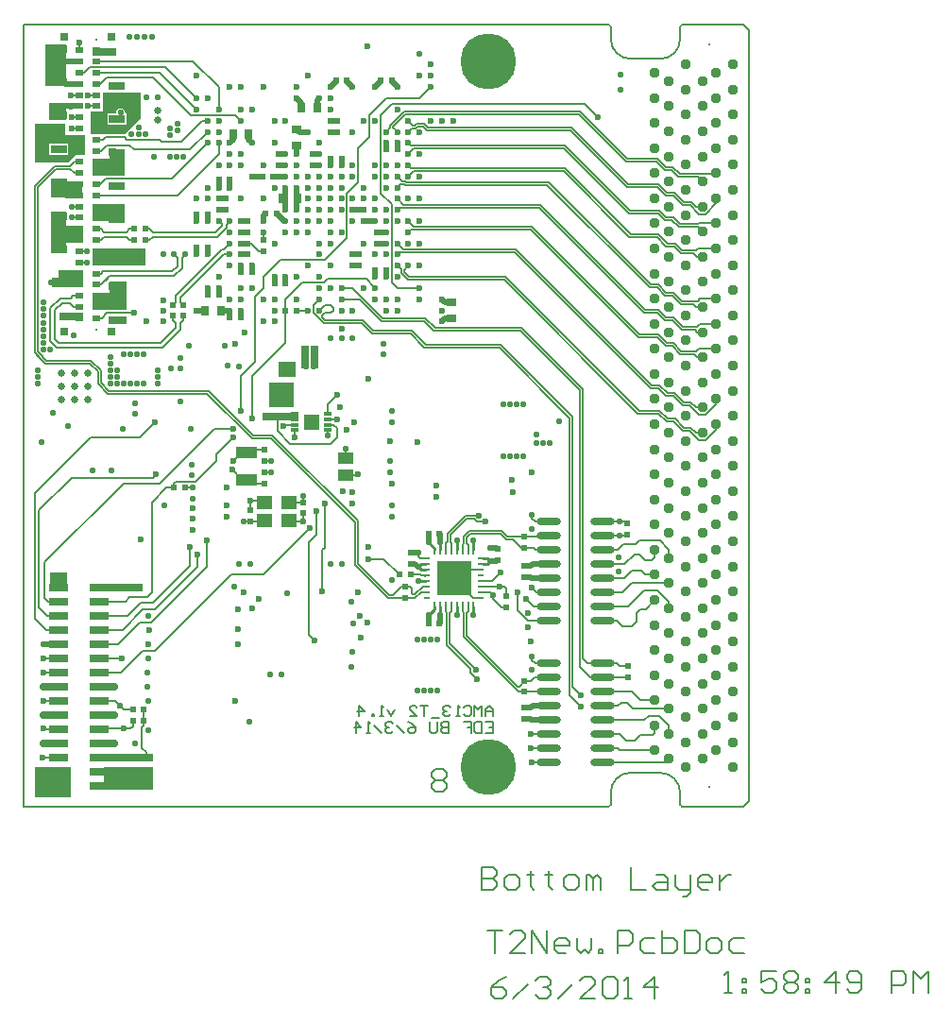
<source format=gbl>
%FSLAX44Y44*%
%MOMM*%
G71*
G01*
G75*
G04 Layer_Physical_Order=8*
G04 Layer_Color=16711680*
%ADD10O,2.2000X0.6000*%
%ADD11R,0.6000X0.6000*%
%ADD12R,0.6000X0.5000*%
%ADD13R,2.7940X0.7366*%
%ADD14R,0.6000X1.2000*%
%ADD15R,1.6500X0.3000*%
%ADD16R,2.6000X1.1000*%
%ADD17R,1.0000X1.5000*%
%ADD18R,0.6000X0.6000*%
%ADD19R,0.5000X0.6000*%
%ADD20R,0.8000X0.9000*%
%ADD21R,1.0000X1.6000*%
%ADD22R,0.7000X0.3000*%
%ADD23R,1.2000X0.6000*%
%ADD24R,0.9000X0.7000*%
%ADD25R,0.7000X0.9000*%
%ADD26R,0.6500X0.9000*%
%ADD27R,1.1000X1.4000*%
%ADD28R,0.7000X0.6000*%
%ADD29R,1.4000X1.1000*%
%ADD30R,0.6000X0.7000*%
%ADD31O,0.8000X0.5000*%
%ADD32O,0.3500X0.9500*%
%ADD33O,0.9500X0.3500*%
%ADD34R,3.1500X3.1500*%
%ADD35C,0.2700*%
%ADD36O,0.2500X1.5500*%
%ADD37O,1.5500X0.2500*%
%ADD38C,0.5000*%
%ADD39C,0.1270*%
%ADD40C,0.5080*%
%ADD41C,0.6350*%
%ADD42C,0.2540*%
%ADD43C,0.1778*%
%ADD44C,0.2032*%
%ADD45C,0.3048*%
%ADD46C,0.1524*%
%ADD47R,0.9000X0.6000*%
%ADD48R,1.4000X3.3000*%
%ADD49R,1.1000X1.9000*%
%ADD50R,2.5400X0.6350*%
%ADD51R,0.6000X1.6250*%
%ADD52R,3.9250X2.0000*%
%ADD53R,4.0250X0.7250*%
%ADD54R,2.0000X1.5000*%
%ADD55R,1.3750X0.3000*%
%ADD56R,0.9000X0.6500*%
%ADD57R,0.8000X1.2500*%
%ADD58R,1.9000X4.3000*%
%ADD59R,2.1500X2.2250*%
%ADD60R,3.0000X5.8750*%
%ADD61R,2.6000X0.9000*%
%ADD62R,2.5750X2.2750*%
%ADD63R,5.8500X2.1250*%
%ADD64R,3.6000X1.8000*%
%ADD65R,1.4000X3.8000*%
%ADD66R,1.3000X3.3000*%
%ADD67R,2.6000X0.9000*%
%ADD68R,2.6000X0.9000*%
%ADD69R,2.6000X1.0000*%
%ADD70R,2.6000X1.0000*%
%ADD71R,3.8000X2.2000*%
%ADD72R,1.8000X1.6000*%
%ADD73C,0.6000*%
%ADD74C,0.1270*%
%ADD75C,0.2000*%
%ADD76C,0.9500*%
%ADD77C,5.0000*%
%ADD78C,0.6600*%
%ADD79C,0.5588*%
%ADD80C,1.0160*%
%ADD81C,1.3970*%
%ADD82R,1.6000X0.5000*%
%ADD83R,0.5000X1.6000*%
%ADD84R,13.4000X2.8000*%
%ADD85C,0.8080*%
%ADD86C,1.5240*%
%ADD87C,1.2700*%
%ADD88C,1.2080*%
%ADD89C,1.4080*%
%ADD90C,2.3080*%
G04:AMPARAMS|DCode=91|XSize=1.158mm|YSize=1.158mm|CornerRadius=0mm|HoleSize=0mm|Usage=FLASHONLY|Rotation=0.000|XOffset=0mm|YOffset=0mm|HoleType=Round|Shape=Relief|Width=0.254mm|Gap=0.127mm|Entries=4|*
%AMTHD91*
7,0,0,1.1580,0.9040,0.2540,45*
%
%ADD91THD91*%
%ADD92C,1.1580*%
G04:AMPARAMS|DCode=93|XSize=0.808mm|YSize=0.808mm|CornerRadius=0mm|HoleSize=0mm|Usage=FLASHONLY|Rotation=0.000|XOffset=0mm|YOffset=0mm|HoleType=Round|Shape=Relief|Width=0.254mm|Gap=0.127mm|Entries=4|*
%AMTHD93*
7,0,0,0.8080,0.5540,0.2540,45*
%
%ADD93THD93*%
%ADD94C,3.0080*%
%ADD95C,0.8128*%
%ADD96R,1.6000X0.5000*%
%ADD97R,2.2000X2.8000*%
%ADD98R,11.2000X2.8000*%
%ADD99C,0.8380*%
%ADD100R,6.5000X2.8000*%
%ADD101R,6.8000X2.8000*%
%ADD102R,2.3000X2.7000*%
%ADD103R,11.0000X2.8000*%
%ADD104R,0.2500X0.6000*%
%ADD105R,0.6000X0.2500*%
%ADD106R,3.1000X3.1000*%
%ADD107R,1.6764X0.7366*%
%ADD108R,0.7000X0.5000*%
%ADD109R,0.6500X0.8000*%
%ADD110R,1.4000X1.2000*%
%ADD111R,1.9000X1.1000*%
%ADD112R,0.9000X0.8000*%
%ADD113R,0.7500X0.3000*%
%ADD114R,1.3600X1.4600*%
%ADD115C,0.7112*%
%ADD116R,1.6000X1.4000*%
%ADD117R,3.4290X0.6350*%
%ADD118R,0.8000X0.8000*%
%ADD119R,4.8500X1.5000*%
%ADD120R,1.6000X1.5000*%
%ADD121R,2.1750X1.5000*%
%ADD122R,1.6000X0.8000*%
%ADD123R,1.5750X1.5000*%
%ADD124R,1.3500X3.8000*%
%ADD125R,0.9000X0.9500*%
%ADD126R,0.6750X2.1250*%
%ADD127R,0.7500X2.1250*%
%ADD128R,1.5500X1.3750*%
%ADD129R,3.3000X0.8000*%
%ADD130R,2.2000X2.3000*%
%ADD131R,4.4000X0.7000*%
%ADD132R,4.4000X2.0000*%
%ADD133R,3.3250X2.7500*%
%ADD134R,2.1500X0.8000*%
%ADD135R,1.8500X3.8250*%
%ADD136R,1.5750X0.5250*%
%ADD137R,1.7000X0.5000*%
%ADD138R,1.4750X0.8000*%
%ADD139R,1.4500X0.8000*%
%ADD140R,1.6000X1.5250*%
%ADD141R,1.4500X0.8000*%
%ADD142R,1.6250X1.5000*%
%ADD143R,1.3500X1.8000*%
%ADD144R,1.5250X1.5000*%
%ADD145R,1.4500X1.8000*%
%ADD146R,1.5500X1.5000*%
%ADD147R,1.6500X0.8000*%
%ADD148R,1.6500X2.5000*%
%ADD149R,1.3970X2.4130*%
%ADD150R,1.3970X0.6350*%
G36*
X237500Y802500D02*
X255000D01*
Y784000D01*
X246500D01*
X240000Y777500D01*
X210000D01*
Y812500D01*
X237500D01*
Y802500D01*
D02*
G37*
G36*
X305000Y822000D02*
Y817000D01*
X291000Y803000D01*
X260000D01*
Y823000D01*
X271000D01*
Y840000D01*
X305000D01*
Y822000D01*
D02*
G37*
%LPC*%
G36*
X287000Y826144D02*
X285414Y825828D01*
X284070Y824930D01*
X283172Y823586D01*
X282856Y822000D01*
X282754Y821875D01*
X276500D01*
X276247Y821770D01*
X275235D01*
Y820765D01*
X275125Y820500D01*
Y812500D01*
X275235Y812235D01*
Y811230D01*
X276247D01*
X276500Y811125D01*
X291000D01*
X291972Y811528D01*
X292375Y812500D01*
Y820500D01*
X291972Y821472D01*
X291110Y821829D01*
X291144Y822000D01*
X290828Y823586D01*
X289930Y824930D01*
X288586Y825828D01*
X287000Y826144D01*
D02*
G37*
G36*
X238500Y794875D02*
X224000D01*
X223028Y794472D01*
X222625Y793500D01*
Y785500D01*
X223028Y784528D01*
X224000Y784125D01*
X238500D01*
X238753Y784230D01*
X239770D01*
Y785247D01*
X239875Y785500D01*
Y793500D01*
X239770Y793753D01*
Y794770D01*
X238753D01*
X238500Y794875D01*
D02*
G37*
%LPD*%
D10*
X719000Y455450D02*
D03*
Y442750D02*
D03*
Y430050D02*
D03*
Y417350D02*
D03*
Y404650D02*
D03*
Y391950D02*
D03*
Y379250D02*
D03*
Y366550D02*
D03*
X671000Y455450D02*
D03*
Y442750D02*
D03*
Y430050D02*
D03*
Y417350D02*
D03*
Y404650D02*
D03*
Y391950D02*
D03*
Y379250D02*
D03*
Y366550D02*
D03*
X719000Y328450D02*
D03*
Y315750D02*
D03*
Y303050D02*
D03*
Y290350D02*
D03*
Y277650D02*
D03*
Y264950D02*
D03*
Y252250D02*
D03*
Y239550D02*
D03*
X671000Y328450D02*
D03*
Y315750D02*
D03*
Y303050D02*
D03*
Y290350D02*
D03*
Y277650D02*
D03*
Y264950D02*
D03*
Y252250D02*
D03*
Y239550D02*
D03*
D11*
X633000Y389000D02*
D03*
Y379000D02*
D03*
X542000Y397000D02*
D03*
Y387000D02*
D03*
X415000Y698000D02*
D03*
Y708000D02*
D03*
X741000Y454000D02*
D03*
Y444000D02*
D03*
X649000Y303000D02*
D03*
Y313000D02*
D03*
Y442000D02*
D03*
Y432000D02*
D03*
X742000Y316000D02*
D03*
Y326000D02*
D03*
D12*
X475000Y781000D02*
D03*
X485000D02*
D03*
X452000Y611000D02*
D03*
X462000D02*
D03*
X452000Y602000D02*
D03*
X462000D02*
D03*
X309000Y708000D02*
D03*
X299000D02*
D03*
X309000Y718000D02*
D03*
X299000D02*
D03*
X385000Y762000D02*
D03*
X375000D02*
D03*
X365000Y731000D02*
D03*
X355000D02*
D03*
X355000Y701000D02*
D03*
X365000D02*
D03*
X405000Y679000D02*
D03*
X395000D02*
D03*
X365000Y659000D02*
D03*
X375000D02*
D03*
X525000Y789000D02*
D03*
X535000D02*
D03*
X435000Y669000D02*
D03*
X425000D02*
D03*
X385000Y639000D02*
D03*
X395000D02*
D03*
X515000Y681000D02*
D03*
X525000D02*
D03*
X414000Y765000D02*
D03*
X424000D02*
D03*
X573000Y445000D02*
D03*
X563000D02*
D03*
X573000Y364000D02*
D03*
X563000D02*
D03*
X427000Y732000D02*
D03*
X417000D02*
D03*
X480000Y851000D02*
D03*
X490000D02*
D03*
X520000D02*
D03*
X530000D02*
D03*
D18*
X445000Y645000D02*
D03*
X435000D02*
D03*
X308000Y287000D02*
D03*
X298000D02*
D03*
X308000Y277000D02*
D03*
X298000D02*
D03*
X345000Y486000D02*
D03*
X335000D02*
D03*
X537000Y408000D02*
D03*
X547000D02*
D03*
D19*
X432000Y561000D02*
D03*
Y551000D02*
D03*
X423000Y561000D02*
D03*
Y551000D02*
D03*
X416000Y500000D02*
D03*
Y490000D02*
D03*
X416000Y510000D02*
D03*
Y520000D02*
D03*
X431000Y578000D02*
D03*
Y588000D02*
D03*
X440000Y578000D02*
D03*
Y588000D02*
D03*
X451000Y473000D02*
D03*
Y463000D02*
D03*
X403000Y456000D02*
D03*
Y466000D02*
D03*
X334000Y650000D02*
D03*
Y640000D02*
D03*
X343000Y650000D02*
D03*
Y640000D02*
D03*
X649000Y279000D02*
D03*
Y289000D02*
D03*
Y406000D02*
D03*
Y416000D02*
D03*
X381000Y735000D02*
D03*
Y745000D02*
D03*
X401000Y705000D02*
D03*
Y695000D02*
D03*
X401000Y715000D02*
D03*
Y725000D02*
D03*
X429000Y785000D02*
D03*
Y775000D02*
D03*
X501000Y695000D02*
D03*
Y685000D02*
D03*
X459000Y785000D02*
D03*
Y775000D02*
D03*
X517000Y715000D02*
D03*
Y705000D02*
D03*
X505000Y725000D02*
D03*
Y735000D02*
D03*
X481000Y815000D02*
D03*
Y805000D02*
D03*
X547000Y418000D02*
D03*
Y428000D02*
D03*
X625000Y421000D02*
D03*
Y431000D02*
D03*
D20*
X432000Y745000D02*
D03*
X446000D02*
D03*
X402000Y803000D02*
D03*
X388000D02*
D03*
X463000Y827000D02*
D03*
X449000D02*
D03*
X377000Y645000D02*
D03*
X363000D02*
D03*
D29*
X489000Y512500D02*
D03*
Y497500D02*
D03*
D39*
X550908Y390500D02*
X557908Y397500D01*
X548000Y391500D02*
Y395500D01*
X546500Y397000D02*
X548000Y395500D01*
Y391500D02*
X549000Y390500D01*
X550908D01*
X557908Y397500D02*
X560750D01*
X551000Y387000D02*
X556500Y392500D01*
X542000Y387000D02*
X551000D01*
X538960Y397000D02*
X542000D01*
X531500Y389540D02*
X538960Y397000D01*
X527960Y389540D02*
X531500D01*
X499500Y418000D02*
X527960Y389540D01*
X526908Y387000D02*
X542000D01*
X496960Y416948D02*
X526908Y387000D01*
X542000Y397000D02*
X546500D01*
X556500Y392500D02*
X560750D01*
X633000Y389000D02*
Y395500D01*
X631000Y397500D02*
X633000Y395500D01*
X627000Y397500D02*
X631000D01*
X628500Y379000D02*
X633000D01*
X621000Y386500D02*
X628500Y379000D01*
X621000Y386500D02*
Y389500D01*
X500000Y790000D02*
X509999Y799999D01*
X500000Y760000D02*
Y790000D01*
X509999Y799999D02*
Y819999D01*
X525000Y835000D01*
X315000Y392000D02*
Y473000D01*
X328000Y486000D01*
X311000Y388000D02*
X315000Y392000D01*
X295000Y388000D02*
X311000D01*
X291100Y384100D02*
X295000Y388000D01*
X268095Y384100D02*
X291100D01*
X268095Y371400D02*
X293400D01*
X349000Y416000D02*
Y433000D01*
X316000Y383000D02*
X349000Y416000D01*
X305000Y383000D02*
X316000D01*
X293400Y371400D02*
X305000Y383000D01*
X364000Y415000D02*
Y439000D01*
X314000Y365000D02*
X364000Y415000D01*
X304000Y365000D02*
X314000D01*
X356000Y415000D02*
Y426000D01*
X317999Y376999D02*
X356000Y415000D01*
X306999Y376999D02*
X317999D01*
X288700Y358700D02*
X306999Y376999D01*
X473000Y561000D02*
X481000Y569000D01*
X473000Y552500D02*
Y561000D01*
X289755Y489755D02*
X321755D01*
X371000Y539000D01*
X219000Y419000D02*
X289755Y489755D01*
X219000Y387000D02*
Y419000D01*
Y387000D02*
X221900Y384100D01*
X231265D01*
X243000Y495000D02*
X316000D01*
X214000Y379000D02*
X221600Y371400D01*
X316000Y495000D02*
X319000Y498000D01*
X214000Y466000D02*
X243000Y495000D01*
X214000Y379000D02*
Y466000D01*
X210000Y481000D02*
X260000Y531000D01*
X210000Y369000D02*
X220300Y358700D01*
X210000Y369000D02*
Y481000D01*
X304000Y531000D02*
X317999Y544999D01*
X260000Y531000D02*
X304000D01*
X285000Y346000D02*
X304000Y365000D01*
X268095Y346000D02*
X285000D01*
X268095Y320600D02*
X287600D01*
X242000Y838000D02*
X250000D01*
X258000D02*
X265000D01*
X258000Y828000D02*
X265000D01*
Y868000D02*
X352000D01*
X375000Y845000D01*
Y825000D02*
Y845000D01*
X507000Y673000D02*
X515000Y665000D01*
X703000Y830000D02*
X715050Y817950D01*
X530000Y830000D02*
X703000D01*
X520000Y820000D02*
X530000Y830000D01*
X405000Y548000D02*
Y586000D01*
X395000Y555000D02*
Y586000D01*
X555000Y835000D02*
X565000Y845000D01*
X525000Y835000D02*
X555000D01*
X655050Y264950D02*
X671000D01*
X654750Y252250D02*
X671000D01*
X655450Y239550D02*
X671000D01*
X538480Y678652D02*
Y681520D01*
Y678652D02*
X544540Y672592D01*
X630646D01*
X750788Y552450D01*
X769112D01*
X776242Y545320D01*
X790666Y537464D02*
X797124D01*
X541020Y679704D02*
X545592Y675132D01*
X631698D01*
X751840Y554990D01*
X770164D01*
X777294Y547860D01*
X783862D02*
X791718Y540004D01*
X798176D01*
X535000Y685000D02*
X538480Y681520D01*
X541228Y681228D02*
X545000Y685000D01*
X541020Y681228D02*
X541228D01*
X541020Y679704D02*
Y681228D01*
X777294Y547860D02*
X783862D01*
X776242Y545320D02*
X782810D01*
X790666Y537464D01*
X535000Y695000D02*
X536976Y696976D01*
X640552D01*
X535000Y705000D02*
X540484Y699516D01*
X641604D01*
X763270Y577850D01*
X770128D01*
X640552Y696976D02*
X762218Y575310D01*
X769076D01*
X776188Y568198D02*
X782792D01*
X790920Y560070D02*
X797018D01*
X769076Y575310D02*
X776188Y568198D01*
X770128Y577850D02*
X777240Y570738D01*
X782792Y568198D02*
X790920Y560070D01*
X777240Y570738D02*
X783844D01*
X791972Y562610D01*
X798176Y540004D02*
X802681Y535500D01*
X808500D01*
X797124Y537464D02*
X805743Y528845D01*
X811547D01*
X821000Y538298D01*
Y543000D01*
X791972Y562610D02*
X798071D01*
X802681Y558000D01*
X808500D01*
X797018Y560070D02*
X805743Y551345D01*
X811695D01*
X821000Y560650D01*
Y565500D01*
X545000Y715000D02*
X547296Y717296D01*
X545000Y725000D02*
X550164Y719836D01*
X655574D01*
X752348Y623062D01*
X769112D01*
X776732Y615442D01*
X782574D01*
X789686Y608330D01*
X803148D01*
X654522Y717296D02*
X751296Y620522D01*
X768060D01*
X775680Y612902D01*
X781522D01*
X788634Y605790D01*
X800862D01*
X547296Y717296D02*
X654522D01*
X800862Y605790D02*
X803652Y603000D01*
X808500D01*
X803148Y608330D02*
X805318Y610500D01*
X821000D01*
X535000Y735000D02*
X537108Y737108D01*
X535000Y745000D02*
X540352Y739648D01*
X663194D01*
X757174Y645668D01*
X768858D01*
X776224Y638302D01*
X782828D01*
X791210Y629920D01*
X803402D01*
X662142Y737108D02*
X756122Y643128D01*
X767806D01*
X775172Y635762D01*
X781776D01*
X790158Y627380D01*
X801878D01*
X537108Y737108D02*
X662142D01*
X801878Y627380D02*
X803758Y625500D01*
X808500D01*
X803402Y629920D02*
X806482Y633000D01*
X821000D01*
X535000Y755000D02*
X537682Y757682D01*
X541789D01*
X535000Y764972D02*
Y765000D01*
Y764972D02*
X539750Y760222D01*
X761456Y665480D02*
X768060D01*
X775172Y658368D01*
X781776D01*
X789396Y650748D01*
X800354D01*
X769112Y668020D02*
X776224Y660908D01*
X782828D01*
X790448Y653288D01*
X804376D01*
X541789Y757682D02*
X541916Y757555D01*
X669381D01*
X761456Y665480D01*
X542968Y760095D02*
X670433D01*
X762508Y668020D01*
X539750Y760222D02*
X542841D01*
X542968Y760095D01*
X762508Y668020D02*
X769112D01*
X800354Y650748D02*
X803102Y648000D01*
X808500D01*
X804376Y653288D02*
X806588Y655500D01*
X821000D01*
X545000Y775000D02*
X547555Y772445D01*
X685261D01*
X545000Y765000D02*
X549884Y769884D01*
X552948D01*
X685261Y772445D02*
X744220Y713486D01*
X768858D01*
X777240Y705104D01*
X784098D01*
X684209Y769905D02*
X743168Y710946D01*
X767806D01*
X776188Y702564D01*
X783046D01*
X789396Y696214D02*
X800354D01*
X552968Y769905D02*
X684209D01*
X552948Y769884D02*
X552968Y769905D01*
X783046Y702564D02*
X789396Y696214D01*
X784098Y705104D02*
X790448Y698754D01*
X800354Y696214D02*
X803568Y693000D01*
X808500D01*
X790448Y698754D02*
X803148D01*
X804894Y700500D01*
X821000D01*
X545000Y795000D02*
X547520Y792480D01*
X685582D01*
X545000Y785000D02*
X549940Y789940D01*
X685582Y792480D02*
X743512Y734550D01*
X770146D02*
X776224Y728472D01*
X782320D01*
X788670Y722122D01*
X804418D01*
X684530Y789940D02*
X742460Y732010D01*
X775172Y725932D02*
X781268D01*
X787618Y719582D01*
X804418D01*
X549940Y789940D02*
X684530D01*
X743512Y734550D02*
X770146D01*
X742460Y732010D02*
X769094D01*
X775172Y725932D01*
X804418Y722122D02*
X805296Y723000D01*
X821000D01*
X804418Y719582D02*
X808500Y715500D01*
X545000Y815000D02*
X549232Y810768D01*
X550239D01*
X545000Y805000D02*
X548228Y808228D01*
X551291D01*
X553051Y809988D01*
X561812Y806450D02*
X690082D01*
X741136Y755396D01*
X768060D01*
X775680Y747776D01*
X782284D01*
X790666Y739394D01*
X797694D01*
X550239Y810768D02*
X551999Y812528D01*
X559326D02*
X562864Y808990D01*
X691134D01*
X742188Y757936D01*
X769112D01*
X776732Y750316D01*
X783336D01*
X791718Y741934D01*
X798746D01*
X551999Y812528D02*
X559326D01*
X553051Y809988D02*
X558274D01*
X561812Y806450D01*
X798746Y741934D02*
X802681Y738000D01*
X808500D01*
X797694Y739394D02*
X805743Y731345D01*
X811609D01*
X821000Y740736D01*
Y745500D01*
X535000Y805000D02*
Y805104D01*
X531368Y808736D02*
X535000Y805104D01*
X525000Y805000D02*
X525092D01*
X528828Y808736D01*
X531368Y809752D02*
X542544Y820928D01*
X697702D01*
X740120Y778510D01*
X767298D01*
X774664Y771144D01*
X780796D01*
X787146Y764794D01*
X528828Y810804D02*
X541492Y823468D01*
X698754D01*
X741172Y781050D01*
X768350D01*
X775716Y773684D01*
X781848D01*
X788198Y767334D01*
X528828Y808736D02*
Y810804D01*
X531368Y808736D02*
Y809752D01*
X788198Y767334D02*
X820334D01*
X821000Y768000D01*
X787146Y764794D02*
X804206D01*
X808500Y760500D01*
X433250Y541000D02*
X434750Y542500D01*
X443000D01*
Y531500D02*
Y537500D01*
X473000Y547500D02*
X481000D01*
X473000Y542500D02*
X478000D01*
X481250Y539250D01*
Y531000D02*
Y539250D01*
X475500Y525250D02*
X481250Y531000D01*
X439000Y525250D02*
X475500D01*
X427500Y536750D02*
X439000Y525250D01*
X427500Y536750D02*
Y550250D01*
X402000Y520000D02*
X416000D01*
X400000Y518000D02*
X402000Y520000D01*
X403000Y490000D02*
X416000D01*
X400000Y493000D02*
X403000Y490000D01*
X387000Y502000D02*
X396000Y493000D01*
X400000D01*
X388000Y510000D02*
X396000Y518000D01*
X400000D01*
X403000Y474000D02*
X403000Y474000D01*
Y466000D02*
Y474000D01*
X403000Y474000D02*
X415000D01*
X416000Y473000D01*
X451000Y456000D02*
Y463000D01*
X439000Y456000D02*
X451000D01*
X438000Y457000D02*
X439000Y456000D01*
X250000Y878000D02*
Y885000D01*
X327000Y863000D02*
X355000Y835000D01*
X259000Y863000D02*
X327000D01*
X254000Y858000D02*
X259000Y863000D01*
X250000Y858000D02*
X254000D01*
X269000Y848000D02*
X275000Y854000D01*
X265000Y848000D02*
X269000D01*
X390000Y820000D02*
X395000Y815000D01*
X245618Y768000D02*
X250000D01*
X241888Y771730D02*
X245618Y768000D01*
Y778000D02*
X250000D01*
X241888Y774270D02*
X245618Y778000D01*
X243500Y738000D02*
X250000D01*
X243500Y728000D02*
X250000D01*
X265000Y638000D02*
X270000D01*
X274750Y642750D01*
X401000Y705000D02*
X401000Y705000D01*
X274750Y642750D02*
X299000D01*
X265000Y858000D02*
X322000D01*
X355000Y825000D01*
X350000Y820000D02*
X390000D01*
X275000Y854000D02*
X316000D01*
X350000Y820000D01*
X298000Y272000D02*
Y277000D01*
X296000Y270000D02*
X298000Y272000D01*
X290000Y270000D02*
X296000D01*
X306000Y271000D02*
X308000Y273000D01*
X306000Y253000D02*
Y271000D01*
Y253000D02*
X310000Y249000D01*
Y244500D02*
Y249000D01*
X308000Y273000D02*
Y277000D01*
Y287000D01*
X415000Y708000D02*
Y715000D01*
X401000Y705000D02*
X404000D01*
X411000Y698000D01*
X415000D01*
X535000Y665000D02*
X555000D01*
X530000Y670000D02*
X535000Y665000D01*
X489999Y709999D02*
Y749999D01*
X500000Y760000D01*
X259334Y597408D02*
X266700Y590042D01*
X219710Y597408D02*
X259334D01*
X212344Y604774D02*
X219710Y597408D01*
X220762Y599948D02*
X260386D01*
X214140Y606570D02*
X220762Y599948D01*
X228134Y774270D02*
X241888D01*
X229186Y771730D02*
X241888D01*
X210058Y756194D02*
X228134Y774270D01*
X212598Y755142D02*
X229186Y771730D01*
X269240Y580172D02*
Y591094D01*
X260386Y599948D02*
X269240Y591094D01*
X212598Y608112D02*
Y755142D01*
Y608112D02*
X220762Y599948D01*
X210058Y607060D02*
Y756194D01*
Y607060D02*
X219710Y597408D01*
X266700Y579120D02*
Y590042D01*
Y579120D02*
X275590Y570230D01*
X269240Y580172D02*
X276642Y572770D01*
X275590Y570230D02*
X364744D01*
X404622Y530352D01*
X421858D01*
X365796Y572770D02*
X405674Y532892D01*
X422910D01*
X276642Y572770D02*
X365796D01*
X373000Y516000D02*
X388000Y531000D01*
X393000Y418000D02*
X393000Y418000D01*
X371000Y539000D02*
X388000D01*
X345000Y486000D02*
X352000D01*
X345000Y486000D02*
X345000Y486000D01*
X328000Y486000D02*
X335000D01*
Y490000D01*
X336000Y491000D01*
X354000D01*
X373000Y510000D01*
Y516000D01*
X268095Y358700D02*
X288700D01*
X268095Y333300D02*
X268395Y333000D01*
X288000D01*
X268095Y295200D02*
X268295Y295000D01*
Y270000D02*
X290000D01*
X268095D02*
X268295D01*
X268095Y269800D02*
X268295Y270000D01*
X231065D02*
X231265Y269800D01*
X218000Y333300D02*
X231265D01*
X218000Y320600D02*
X231265D01*
X218200Y269800D02*
X231265D01*
X218000Y270000D02*
X218200Y269800D01*
X218000Y295200D02*
X231265D01*
X217400Y244400D02*
X231265D01*
X221600Y371400D02*
X231265D01*
X220300Y358700D02*
X231265D01*
X290000Y287000D02*
X298000D01*
X268095Y295200D02*
X281800D01*
X286447Y290553D02*
X290000Y287000D01*
X281800Y295200D02*
X286447Y290553D01*
X307000Y340000D02*
X318000D01*
X386000Y408000D01*
X415000D01*
X287600Y320600D02*
X307000Y340000D01*
X415000Y408000D02*
X457000Y450000D01*
X470000Y432000D02*
Y472000D01*
X456000Y354000D02*
Y437500D01*
X462500Y444000D01*
Y465250D01*
X468000Y430000D02*
X470000Y432000D01*
X468000Y393000D02*
Y430000D01*
X458296Y351704D02*
X461000Y349000D01*
X456000Y354000D02*
X458296Y351704D01*
X719000Y328450D02*
X732050D01*
X734500Y326000D01*
X742000D01*
X719000Y315750D02*
X741750D01*
X742000Y316000D01*
X739550Y455450D02*
X741000Y454000D01*
X719000Y442750D02*
X739750D01*
X741000Y444000D01*
X469999Y689999D02*
X489999Y709999D01*
X429999Y689999D02*
X469999D01*
X415000Y675000D02*
X429999Y689999D01*
X415000Y665000D02*
Y675000D01*
X407500Y657500D02*
X415000Y665000D01*
X395000Y586000D02*
X407500Y598500D01*
Y657500D01*
X472500Y673000D02*
X507000D01*
X469500Y670000D02*
X472500Y673000D01*
X450000Y670000D02*
X469500D01*
X435000Y655000D02*
X450000Y670000D01*
X435000Y645000D02*
Y655000D01*
Y616000D02*
Y645000D01*
X405000Y586000D02*
X435000Y616000D01*
X445000Y645000D02*
X455000D01*
X485000Y665000D02*
X495000D01*
X522000Y638000D01*
X560000D01*
X569000Y629000D01*
X485000Y655000D02*
X501408D01*
X520948Y635460D01*
X558948D01*
X567948Y626460D01*
X530000Y670000D02*
Y740000D01*
X520000Y750000D02*
Y820000D01*
Y750000D02*
X530000Y740000D01*
X560250Y407000D02*
X560750Y407500D01*
X509000Y422000D02*
X522000D01*
X556000Y422500D02*
X560750D01*
X554000Y424500D02*
X556000Y422500D01*
X554000Y424500D02*
Y428000D01*
X556500Y407500D02*
X560750D01*
X556000Y408000D02*
X556500Y407500D01*
X547000Y408000D02*
X556000D01*
X523000Y422000D02*
X537000Y408000D01*
X509000Y422000D02*
X523000D01*
X499500Y418000D02*
Y456302D01*
X422910Y532892D02*
X499500Y456302D01*
X421858Y530352D02*
X496960Y455250D01*
Y416948D02*
Y455250D01*
X598500Y430250D02*
Y435000D01*
X597500Y436000D02*
X598500Y435000D01*
X597500Y436000D02*
Y441500D01*
X600500Y444500D01*
X627500D01*
X599448Y447040D02*
X628552D01*
X594960Y442552D02*
X599448Y447040D01*
X594960Y435960D02*
Y442552D01*
X593500Y434500D02*
X594960Y435960D01*
X593500Y430250D02*
Y434500D01*
X593500Y430250D02*
X593500Y430250D01*
X670250Y442000D02*
X671000Y442750D01*
X649000Y442000D02*
X670250D01*
X649000Y432000D02*
X657000D01*
X658950Y430050D01*
X671000D01*
X596000Y461000D02*
X608500D01*
X580000Y445000D02*
X596000Y461000D01*
X580000Y438000D02*
Y445000D01*
X578500Y436500D02*
X580000Y438000D01*
X578500Y430250D02*
Y436500D01*
X578500Y430250D02*
X578500Y430250D01*
X583500Y430250D02*
Y436040D01*
X582540Y437000D02*
X583500Y436040D01*
X582540Y437000D02*
Y443948D01*
X597052Y458460D01*
X603540D01*
X606500Y455500D01*
X614000D01*
X593500Y412500D02*
X611250D01*
X586000Y405000D02*
X593500Y412500D01*
X603500Y387500D02*
X611250D01*
X586000Y405000D02*
X603500Y387500D01*
X598500Y375000D02*
Y379750D01*
X597000Y373500D02*
X598500Y375000D01*
X597000Y353500D02*
Y373500D01*
X593500Y374960D02*
Y379750D01*
Y374960D02*
X594460Y374000D01*
Y352448D02*
Y374000D01*
X649000Y303000D02*
X670950D01*
X671000Y303050D01*
X649000Y313000D02*
X655000D01*
X657750Y315750D01*
X671000D01*
X659050Y328450D02*
X671000D01*
X656000Y331500D02*
X659050Y328450D01*
X656000Y331500D02*
Y335000D01*
X659050Y455450D02*
X671000D01*
X656000Y458500D02*
X659050Y455450D01*
X656000Y458500D02*
Y461500D01*
X582000Y346500D02*
X606000Y322500D01*
X582000Y346500D02*
Y373500D01*
X583500Y375000D01*
Y379750D01*
X583500Y379750D02*
X583500Y379750D01*
X578500Y374960D02*
Y379750D01*
Y374960D02*
X579460Y374000D01*
Y345040D02*
Y374000D01*
Y345040D02*
X600500Y324000D01*
Y320500D02*
Y324000D01*
Y320500D02*
X606500Y314500D01*
X611250Y392500D02*
X618000D01*
X621000Y389500D01*
X611250Y397500D02*
X627000D01*
X569000Y629000D02*
X646500D01*
X701000Y574500D01*
Y333000D02*
Y574500D01*
Y333000D02*
X705550Y328450D01*
X719000D01*
X708250Y315750D02*
X719000D01*
X698460Y325540D02*
X708250Y315750D01*
X698460Y325540D02*
Y573448D01*
X645448Y626460D02*
X698460Y573448D01*
X567948Y626460D02*
X645448D01*
X692000Y308000D02*
X700000Y300000D01*
X692000Y308000D02*
Y549500D01*
X627500Y614000D02*
X692000Y549500D01*
X560500Y614000D02*
X627500D01*
X548000Y626500D02*
X560500Y614000D01*
X513500Y626500D02*
X548000D01*
X504000Y636000D02*
X513500Y626500D01*
X460000Y650000D02*
X465000Y655000D01*
X460000Y642500D02*
Y650000D01*
Y642500D02*
X469040Y633460D01*
X502948D01*
X512448Y623960D01*
X546948D01*
X559448Y611460D01*
X626448D01*
X689460Y548448D01*
Y300040D02*
Y548448D01*
Y300040D02*
X700000Y289500D01*
X620000Y402500D02*
X627500Y410000D01*
X611250Y402500D02*
X620000D01*
X651950Y366550D02*
X671000D01*
X642500Y376000D02*
X651950Y366550D01*
X642500Y376000D02*
Y392000D01*
X650500Y386000D02*
X657250Y379250D01*
X671000D01*
X660050Y391950D02*
X671000D01*
X655500Y396500D02*
X660050Y391950D01*
X628552Y447040D02*
X633592Y442000D01*
X649000D01*
X646000Y432000D02*
X649000D01*
X627500Y444500D02*
X632540Y439460D01*
X638540D01*
X646000Y432000D01*
X594460Y352448D02*
X643908Y303000D01*
X649000D01*
X642750Y307750D02*
X644250D01*
X649000Y312500D01*
Y313000D01*
X597000Y353500D02*
X642750Y307750D01*
X719000Y455450D02*
X734500D01*
X739550D01*
X465000Y645000D02*
X470000Y650000D01*
X475000D01*
X477500Y647500D01*
Y645000D02*
Y647500D01*
X475500Y643000D02*
X477500Y645000D01*
X470000Y643000D02*
X475500D01*
X467546Y638546D02*
Y640546D01*
Y638546D02*
X470092Y636000D01*
X467546Y640546D02*
X470000Y643000D01*
X470092Y636000D02*
X504000D01*
X200000Y200000D02*
X724500D01*
D40*
X445000Y735000D02*
Y755000D01*
X435000Y735000D02*
Y755000D01*
X485000Y775000D02*
Y781000D01*
X475000Y775000D02*
Y781000D01*
X655000Y416000D02*
X656000Y417000D01*
X649000Y416000D02*
X655000D01*
X649000Y406000D02*
X655000D01*
X656350Y404650D02*
X671000D01*
X656000Y417000D02*
X656350Y417350D01*
X671000D01*
X649000Y279000D02*
X655000D01*
Y289000D02*
X656000Y290000D01*
X649000Y289000D02*
X655000D01*
X656350Y277650D02*
X671000D01*
X656000Y290000D02*
X656350Y290350D01*
X671000D01*
X355000Y695000D02*
Y701000D01*
X355000Y701000D02*
X355000Y701000D01*
X365000Y695000D02*
Y701000D01*
X365000Y701000D02*
X365000Y701000D01*
X375000Y735000D02*
X381000D01*
X365000Y725000D02*
Y731000D01*
X355000Y725000D02*
Y731000D01*
X395000Y705000D02*
X401000D01*
X401000Y705000D01*
X395000Y695000D02*
X401000D01*
X401000Y695000D01*
X388000Y798000D02*
Y803000D01*
X385000Y795000D02*
X388000Y798000D01*
X402000Y798000D02*
Y803000D01*
Y798000D02*
X405000Y795000D01*
X405000Y679000D02*
Y685000D01*
X405000Y685000D01*
X395000Y679000D02*
Y685000D01*
X395000Y685000D01*
X375000Y659000D02*
Y665000D01*
X365000Y659000D02*
Y665000D01*
X449000Y827000D02*
Y831000D01*
X445000Y835000D02*
X449000Y831000D01*
X463000Y827000D02*
Y833000D01*
X465000Y835000D01*
X495000Y695000D02*
X501000D01*
X495000Y695000D02*
X495000Y695000D01*
Y685000D02*
X501000D01*
X495000Y685000D02*
X495000Y685000D01*
X429000Y775000D02*
X435000D01*
X429000Y775000D02*
X429000Y775000D01*
Y785000D02*
X435000D01*
X429000Y785000D02*
X429000Y785000D01*
X459000D02*
X465000D01*
X459000Y785000D02*
X459000Y785000D01*
Y775000D02*
X465000D01*
X459000Y775000D02*
X459000Y775000D01*
X475000Y815000D02*
X481000D01*
X475000Y805000D02*
X481000D01*
X475000Y805000D02*
X475000Y805000D01*
X385000Y639000D02*
Y645000D01*
Y639000D02*
X385000Y639000D01*
X395000Y639000D02*
Y645000D01*
Y639000D02*
X395000Y639000D01*
X425000Y669000D02*
Y675000D01*
X435000Y669000D02*
Y675000D01*
X525000Y789000D02*
Y795000D01*
X525000Y795000D02*
X525000Y795000D01*
X535000Y789000D02*
Y795000D01*
X535000Y795000D02*
X535000Y795000D01*
X519000Y705000D02*
X525000D01*
X519000Y715000D02*
X525000D01*
X385000Y645000D02*
X385000Y645000D01*
X578000Y652000D02*
X584000D01*
X575000Y655000D02*
X578000Y652000D01*
X578000Y638000D02*
X584000D01*
X575000Y635000D02*
X578000Y638000D01*
X445000Y785000D02*
Y793000D01*
X447000Y805000D02*
X455000D01*
X445000Y807000D02*
X447000Y805000D01*
X363000Y645000D02*
X363000Y645000D01*
X377000D02*
X385000D01*
X355000Y645000D02*
X363000D01*
X218000Y346000D02*
X231265D01*
X515000Y675000D02*
Y681000D01*
X525000Y675000D02*
Y681000D01*
X424000Y765000D02*
X435000D01*
X435000Y765000D01*
X405000Y765000D02*
X414000D01*
X405000Y765000D02*
X405000Y765000D01*
X505000Y725000D02*
X515000D01*
X495000Y735000D02*
X505000D01*
X490000Y850000D02*
Y851000D01*
Y850000D02*
X495000Y845000D01*
X480000Y850000D02*
Y851000D01*
X475000Y845000D02*
X480000Y850000D01*
X520000Y850000D02*
Y851000D01*
X515000Y845000D02*
X520000Y850000D01*
X530000D02*
Y851000D01*
Y850000D02*
X535000Y845000D01*
X547000Y428000D02*
X554000D01*
X547000Y428000D02*
X547000Y428000D01*
X547000Y418000D02*
X551000D01*
X554000Y415000D01*
X573500Y437500D02*
Y444500D01*
X573000Y445000D02*
X573500Y444500D01*
X563000Y437000D02*
Y445000D01*
X563000Y445000D01*
X618500Y432000D02*
X624000D01*
X625000Y431000D01*
X618500Y420000D02*
X624000D01*
X625000Y421000D01*
X573500Y364500D02*
Y372000D01*
X573000Y364000D02*
X573500Y364500D01*
X563500D02*
Y372000D01*
X563000Y364000D02*
X563500Y364500D01*
X401000Y725000D02*
X401000Y725000D01*
X395000Y725000D02*
X401000D01*
Y715000D02*
X401000Y715000D01*
X395000Y715000D02*
X401000D01*
X434000Y725000D02*
X435000D01*
X427000Y732000D02*
X434000Y725000D01*
X415000D02*
Y730000D01*
X417000Y732000D01*
X375000Y745000D02*
X381000D01*
X385000Y755000D02*
Y762000D01*
X375000Y755000D02*
Y762000D01*
D42*
X554000Y402500D02*
X560750D01*
X556500Y412500D02*
X560750D01*
X554000Y415000D02*
X556500Y412500D01*
Y417500D02*
X560750D01*
X554000Y415000D02*
X556500Y417500D01*
X573500Y430250D02*
Y437500D01*
X568500Y430250D02*
Y431500D01*
X563000Y437000D02*
X568500Y431500D01*
X588500Y430250D02*
Y438500D01*
X603500Y430250D02*
Y438500D01*
X603500Y438500D01*
X588500Y372000D02*
Y379750D01*
X603500Y372000D02*
Y379750D01*
Y372000D02*
X603500Y372000D01*
X611250Y417500D02*
X616000D01*
X618500Y420000D01*
X611250Y422500D02*
X616000D01*
X618500Y420000D01*
X568500Y377000D02*
Y379750D01*
X563500Y372000D02*
X568500Y377000D01*
X573500Y372000D02*
Y379750D01*
D43*
X265000Y668000D02*
X269474D01*
X265000Y678000D02*
X265074Y677926D01*
X265000Y678000D02*
X269494D01*
X271452Y679958D01*
X269494Y668000D02*
X277134Y675640D01*
X269474Y668000D02*
X269494D01*
X269474D02*
X275082Y673608D01*
X384690Y694690D02*
X385000Y695000D01*
X243000Y818000D02*
X250000D01*
X243000Y808000D02*
X250000D01*
Y688000D02*
X256500D01*
X250000Y698000D02*
X256750D01*
X244234Y658000D02*
X250000D01*
X242062Y655828D02*
X244234Y658000D01*
X245064Y648000D02*
X250000D01*
X241554Y651510D02*
X245064Y648000D01*
X228346Y645160D02*
X234696Y651510D01*
X228346Y619252D02*
Y645160D01*
Y619252D02*
X231648Y615950D01*
X224028Y617463D02*
Y646949D01*
X232907Y655828D02*
X242062D01*
X224028Y646949D02*
X232907Y655828D01*
X224028Y617463D02*
X229859Y611632D01*
X234696Y651510D02*
X241554D01*
X379532Y695000D02*
X385000D01*
X379318Y699318D02*
X385000Y705000D01*
X377743Y699318D02*
X379318D01*
X340614Y652386D02*
Y656082D01*
X336296Y652296D02*
Y657871D01*
X377743Y699318D01*
X340614Y656082D02*
X379532Y695000D01*
X334000Y650000D02*
X336296Y652296D01*
X340614Y652386D02*
X343000Y650000D01*
Y636116D02*
Y640000D01*
X340614Y633730D02*
X343000Y636116D01*
X334000Y636026D02*
Y640000D01*
Y636026D02*
X336296Y633730D01*
X323088Y615950D02*
X336296Y629158D01*
X324877Y611632D02*
X340614Y627369D01*
X336296Y629158D02*
Y633730D01*
X340614Y627369D02*
Y633730D01*
X231648Y615950D02*
X323088D01*
X229859Y611632D02*
X324877D01*
X332994Y679958D02*
X337820Y684784D01*
X271452Y679958D02*
X332994D01*
X277134Y675640D02*
X334783D01*
X342138Y682995D01*
Y692138D01*
X345000Y695000D01*
X337820Y684784D02*
Y692180D01*
X335000Y695000D02*
X337820Y692180D01*
X309000Y718000D02*
X312928D01*
X315769Y715159D01*
X371757D01*
X377698Y721100D01*
X309000Y708000D02*
X312928D01*
X315769Y710841D01*
X373545D01*
X382016Y719312D01*
Y722016D01*
X385000Y725000D01*
X377698Y721100D02*
Y722302D01*
X375000Y725000D02*
X377698Y722302D01*
X265000Y708000D02*
X269494D01*
X272335Y710841D01*
X265000Y718000D02*
X269494D01*
X272335Y715159D01*
X291995D01*
X294836Y718000D01*
X299000D01*
X272335Y710841D02*
X291951D01*
X294792Y708000D01*
X299000D01*
D44*
X473000Y532500D02*
Y537500D01*
X416000Y510000D02*
X422000D01*
X416000Y500000D02*
X422000D01*
X451000Y473000D02*
Y479000D01*
X397000Y456000D02*
X403000D01*
X415000D01*
X416000Y457000D01*
X438000Y473000D02*
X451000D01*
X489000Y497500D02*
X499500D01*
X499000Y497000D02*
X499500Y497500D01*
X500000Y498000D01*
X489000Y512500D02*
Y521000D01*
X265000Y758000D02*
X269050D01*
X274014Y762964D01*
X332964D01*
X365000Y795000D01*
X265000Y748000D02*
X338000D01*
X375000Y785000D01*
Y795000D01*
X719000Y239550D02*
X775050D01*
X778500Y243000D01*
X734500Y250500D02*
X766000D01*
X732500Y252500D02*
X734500Y250500D01*
X719250Y252500D02*
X732500D01*
X719000Y252250D02*
X719250Y252500D01*
X719000Y277650D02*
X756314D01*
X760164Y281500D01*
X770000D01*
X778500Y273000D01*
Y265500D02*
Y273000D01*
X719000Y264950D02*
X734550D01*
X753000Y264500D02*
X764000D01*
X766000Y266500D01*
Y273000D01*
X747500Y259000D02*
X753000Y264500D01*
X734550Y264950D02*
X740500Y259000D01*
X747500D01*
X719000Y303050D02*
X745450D01*
X753000Y295500D01*
X766000D01*
X746498Y288000D02*
X778500D01*
X719000Y290350D02*
X733000D01*
X735650Y293000D01*
X741498D01*
X746498Y288000D01*
X719000Y379250D02*
X741750D01*
X756500Y394000D01*
X768500D01*
X778500Y384000D01*
Y378000D02*
Y384000D01*
X719000Y366550D02*
X731450D01*
X745000Y361500D02*
X749500Y366000D01*
X731450Y366550D02*
X736500Y361500D01*
X745000D01*
X749500Y374000D02*
X752897Y377397D01*
X749500Y366000D02*
Y374000D01*
X757897Y377397D02*
X766000Y385500D01*
X752897Y377397D02*
X757897D01*
X745500Y400500D02*
X778500D01*
X736950Y391950D02*
X745500Y400500D01*
X719000Y391950D02*
X736950D01*
X719000Y404650D02*
X738650D01*
X745500Y411500D01*
X754000D01*
X757500Y408000D01*
X766000D01*
X752000Y438500D02*
X770500D01*
X778500Y430500D01*
Y423000D02*
Y430500D01*
X719000Y417350D02*
X738850D01*
X719000Y430050D02*
X733050D01*
X738121Y435121D01*
X748621D01*
X752000Y438500D01*
X766000Y424000D02*
Y430500D01*
X763000Y421000D02*
X766000Y424000D01*
X757500Y421000D02*
X763000D01*
X752000Y426500D02*
X757500Y421000D01*
X738850Y417350D02*
X748000Y426500D01*
X752000D01*
X349000Y789000D02*
X365000Y805000D01*
X299000Y789000D02*
X349000D01*
X295139Y792861D02*
X299000Y789000D01*
X274361Y792861D02*
X295139D01*
X269500Y788000D02*
X274361Y792861D01*
X265000Y788000D02*
X269500D01*
X265000Y798000D02*
X271500D01*
X273500Y800000D02*
X290663D01*
X271500Y798000D02*
X273500Y800000D01*
X290663D02*
X292743Y797920D01*
X321580D01*
X323500Y796000D01*
X341500D01*
X360500Y815000D02*
X365000D01*
X341500Y796000D02*
X360500Y815000D01*
D46*
X621000Y281000D02*
Y287665D01*
X617668Y290997D01*
X614336Y287665D01*
Y281000D01*
Y285998D01*
X621000D01*
X611003Y281000D02*
Y290997D01*
X607671Y287665D01*
X604339Y290997D01*
Y281000D01*
X594342Y289331D02*
X596008Y290997D01*
X599340D01*
X601006Y289331D01*
Y282666D01*
X599340Y281000D01*
X596008D01*
X594342Y282666D01*
X591010Y281000D02*
X587677D01*
X589343D01*
Y290997D01*
X591010Y289331D01*
X582679D02*
X581013Y290997D01*
X577681D01*
X576015Y289331D01*
Y287665D01*
X577681Y285998D01*
X579347D01*
X577681D01*
X576015Y284332D01*
Y282666D01*
X577681Y281000D01*
X581013D01*
X582679Y282666D01*
X572682Y279334D02*
X566018D01*
X562686Y290997D02*
X556021D01*
X559353D01*
Y281000D01*
X546024D02*
X552689D01*
X546024Y287665D01*
Y289331D01*
X547690Y290997D01*
X551022D01*
X552689Y289331D01*
X532695Y287665D02*
X529363Y281000D01*
X526031Y287665D01*
X522698Y281000D02*
X519366D01*
X521032D01*
Y290997D01*
X522698Y289331D01*
X514368Y281000D02*
Y282666D01*
X512702D01*
Y281000D01*
X514368D01*
X501039D02*
Y290997D01*
X506037Y285998D01*
X499373D01*
X614336Y275997D02*
X621000D01*
Y266000D01*
X614336D01*
X621000Y270998D02*
X617668D01*
X611003Y275997D02*
Y266000D01*
X606005D01*
X604339Y267666D01*
Y274331D01*
X606005Y275997D01*
X611003D01*
X594342D02*
X601006D01*
Y270998D01*
X597674D01*
X601006D01*
Y266000D01*
X581013Y275997D02*
Y266000D01*
X576015D01*
X574348Y267666D01*
Y269332D01*
X576015Y270998D01*
X581013D01*
X576015D01*
X574348Y272665D01*
Y274331D01*
X576015Y275997D01*
X581013D01*
X571016D02*
Y267666D01*
X569350Y266000D01*
X566018D01*
X564352Y267666D01*
Y275997D01*
X544358D02*
X547690Y274331D01*
X551022Y270998D01*
Y267666D01*
X549356Y266000D01*
X546024D01*
X544358Y267666D01*
Y269332D01*
X546024Y270998D01*
X551022D01*
X541026Y266000D02*
X534361Y272665D01*
X531029Y274331D02*
X529363Y275997D01*
X526031D01*
X524365Y274331D01*
Y272665D01*
X526031Y270998D01*
X527697D01*
X526031D01*
X524365Y269332D01*
Y267666D01*
X526031Y266000D01*
X529363D01*
X531029Y267666D01*
X521032Y266000D02*
X514368Y272665D01*
X511035Y266000D02*
X507703D01*
X509369D01*
Y275997D01*
X511035Y274331D01*
X497706Y266000D02*
Y275997D01*
X502705Y270998D01*
X496040D01*
X611000Y145994D02*
Y126000D01*
X620997D01*
X624329Y129332D01*
Y132664D01*
X620997Y135997D01*
X611000D01*
X620997D01*
X624329Y139329D01*
Y142661D01*
X620997Y145994D01*
X611000D01*
X634326Y126000D02*
X640990D01*
X644323Y129332D01*
Y135997D01*
X640990Y139329D01*
X634326D01*
X630994Y135997D01*
Y129332D01*
X634326Y126000D01*
X654319Y142661D02*
Y139329D01*
X650987D01*
X657652D01*
X654319D01*
Y129332D01*
X657652Y126000D01*
X670981Y142661D02*
Y139329D01*
X667648D01*
X674313D01*
X670981D01*
Y129332D01*
X674313Y126000D01*
X687642D02*
X694306D01*
X697639Y129332D01*
Y135997D01*
X694306Y139329D01*
X687642D01*
X684310Y135997D01*
Y129332D01*
X687642Y126000D01*
X704303D02*
Y139329D01*
X707635D01*
X710968Y135997D01*
Y126000D01*
Y135997D01*
X714300Y139329D01*
X717632Y135997D01*
Y126000D01*
X744290Y145994D02*
Y126000D01*
X757619D01*
X767616Y139329D02*
X774281D01*
X777613Y135997D01*
Y126000D01*
X767616D01*
X764284Y129332D01*
X767616Y132664D01*
X777613D01*
X784277Y139329D02*
Y129332D01*
X787610Y126000D01*
X797607D01*
Y122668D01*
X794274Y119335D01*
X790942D01*
X797607Y126000D02*
Y139329D01*
X814268Y126000D02*
X807603D01*
X804271Y129332D01*
Y135997D01*
X807603Y139329D01*
X814268D01*
X817600Y135997D01*
Y132664D01*
X804271D01*
X824265Y139329D02*
Y126000D01*
Y132664D01*
X827597Y135997D01*
X830929Y139329D01*
X834261D01*
X566000Y230661D02*
X569332Y233994D01*
X575997D01*
X579329Y230661D01*
Y227329D01*
X575997Y223997D01*
X579329Y220665D01*
Y217332D01*
X575997Y214000D01*
X569332D01*
X566000Y217332D01*
Y220665D01*
X569332Y223997D01*
X566000Y227329D01*
Y230661D01*
X569332Y223997D02*
X575997D01*
X790500Y901000D02*
G03*
X788500Y899000I0J-2000D01*
G01*
X726500D02*
G03*
X724500Y901000I-2000J0D01*
G01*
X726500Y888000D02*
G03*
X744000Y870500I17500J0D01*
G01*
X771000D02*
G03*
X788500Y888000I0J17500D01*
G01*
Y213000D02*
G03*
X771000Y230500I-17500J0D01*
G01*
X744000D02*
G03*
X726500Y213000I0J-17500D01*
G01*
X724500Y200000D02*
G03*
X726500Y202000I0J2000D01*
G01*
X788500D02*
G03*
X790500Y200000I2000J0D01*
G01*
X200000Y901000D02*
X724500D01*
X790500D02*
X845000D01*
X726500Y888000D02*
Y899000D01*
X788500Y888000D02*
Y899000D01*
X744000Y870500D02*
X771000D01*
X744000Y230500D02*
X771000D01*
X788500Y202000D02*
Y213000D01*
X726500Y202000D02*
Y213000D01*
X845000Y901000D02*
X850000Y896000D01*
Y205000D02*
Y896000D01*
X845000Y200000D02*
X850000Y205000D01*
X790500Y200000D02*
X845000D01*
X200000D02*
Y901000D01*
X616000Y88994D02*
X629329D01*
X622664D01*
Y69000D01*
X649323D02*
X635994D01*
X649323Y82329D01*
Y85661D01*
X645990Y88994D01*
X639326D01*
X635994Y85661D01*
X655987Y69000D02*
Y88994D01*
X669316Y69000D01*
Y88994D01*
X685977Y69000D02*
X679313D01*
X675981Y72332D01*
Y78997D01*
X679313Y82329D01*
X685977D01*
X689310Y78997D01*
Y75665D01*
X675981D01*
X695974Y82329D02*
Y72332D01*
X699306Y69000D01*
X702639Y72332D01*
X705971Y69000D01*
X709303Y72332D01*
Y82329D01*
X715968Y69000D02*
Y72332D01*
X719300D01*
Y69000D01*
X715968D01*
X732629D02*
Y88994D01*
X742626D01*
X745958Y85661D01*
Y78997D01*
X742626Y75665D01*
X732629D01*
X765952Y82329D02*
X755955D01*
X752623Y78997D01*
Y72332D01*
X755955Y69000D01*
X765952D01*
X772616Y88994D02*
Y69000D01*
X782613D01*
X785945Y72332D01*
Y75665D01*
Y78997D01*
X782613Y82329D01*
X772616D01*
X792610Y88994D02*
Y69000D01*
X802607D01*
X805939Y72332D01*
Y85661D01*
X802607Y88994D01*
X792610D01*
X815936Y69000D02*
X822600D01*
X825932Y72332D01*
Y78997D01*
X822600Y82329D01*
X815936D01*
X812603Y78997D01*
Y72332D01*
X815936Y69000D01*
X845926Y82329D02*
X835929D01*
X832597Y78997D01*
Y72332D01*
X835929Y69000D01*
X845926D01*
X632329Y47994D02*
X625664Y44661D01*
X619000Y37997D01*
Y31332D01*
X622332Y28000D01*
X628997D01*
X632329Y31332D01*
Y34664D01*
X628997Y37997D01*
X619000D01*
X638994Y28000D02*
X652323Y41329D01*
X658987Y44661D02*
X662319Y47994D01*
X668984D01*
X672316Y44661D01*
Y41329D01*
X668984Y37997D01*
X665652D01*
X668984D01*
X672316Y34664D01*
Y31332D01*
X668984Y28000D01*
X662319D01*
X658987Y31332D01*
X678981Y28000D02*
X692310Y41329D01*
X712303Y28000D02*
X698974D01*
X712303Y41329D01*
Y44661D01*
X708971Y47994D01*
X702307D01*
X698974Y44661D01*
X718968D02*
X722300Y47994D01*
X728965D01*
X732297Y44661D01*
Y31332D01*
X728965Y28000D01*
X722300D01*
X718968Y31332D01*
Y44661D01*
X738961Y28000D02*
X745626D01*
X742294D01*
Y47994D01*
X738961Y44661D01*
X765619Y28000D02*
Y47994D01*
X755623Y37997D01*
X768952D01*
X828000Y33000D02*
X834665D01*
X831332D01*
Y52994D01*
X828000Y49661D01*
X844661Y46329D02*
X847993D01*
Y42997D01*
X844661D01*
Y46329D01*
Y36332D02*
X847993D01*
Y33000D01*
X844661D01*
Y36332D01*
X874652Y52994D02*
X861323D01*
Y42997D01*
X867987Y46329D01*
X871319D01*
X874652Y42997D01*
Y36332D01*
X871319Y33000D01*
X864655D01*
X861323Y36332D01*
X881316Y49661D02*
X884648Y52994D01*
X891313D01*
X894645Y49661D01*
Y46329D01*
X891313Y42997D01*
X894645Y39664D01*
Y36332D01*
X891313Y33000D01*
X884648D01*
X881316Y36332D01*
Y39664D01*
X884648Y42997D01*
X881316Y46329D01*
Y49661D01*
X884648Y42997D02*
X891313D01*
X901310Y46329D02*
X904642D01*
Y42997D01*
X901310D01*
Y46329D01*
Y36332D02*
X904642D01*
Y33000D01*
X901310D01*
Y36332D01*
X927968Y33000D02*
Y52994D01*
X917971Y42997D01*
X931300D01*
X937964Y36332D02*
X941297Y33000D01*
X947961D01*
X951294Y36332D01*
Y49661D01*
X947961Y52994D01*
X941297D01*
X937964Y49661D01*
Y46329D01*
X941297Y42997D01*
X951294D01*
X977952Y33000D02*
Y52994D01*
X987948D01*
X991281Y49661D01*
Y42997D01*
X987948Y39664D01*
X977952D01*
X997945Y33000D02*
Y52994D01*
X1004610Y46329D01*
X1011274Y52994D01*
Y33000D01*
D73*
X455000Y685000D02*
D03*
X444947Y674947D02*
D03*
X415000Y635000D02*
D03*
X425000D02*
D03*
Y645000D02*
D03*
X415000Y655000D02*
D03*
X365000Y835000D02*
D03*
X395000Y825000D02*
D03*
X425000Y795000D02*
D03*
X505000Y665000D02*
D03*
X515000Y655000D02*
D03*
X525000Y645000D02*
D03*
Y655000D02*
D03*
X555000Y655000D02*
D03*
X535000Y645000D02*
D03*
Y655000D02*
D03*
X575000Y645000D02*
D03*
X515000Y665000D02*
D03*
X565000Y845000D02*
D03*
X390000Y615000D02*
D03*
X395000Y665000D02*
D03*
X385000Y655000D02*
D03*
X395000Y655000D02*
D03*
X375000Y665000D02*
D03*
X535000Y725000D02*
D03*
X505000Y745000D02*
D03*
X515000Y735000D02*
D03*
X545000Y745000D02*
D03*
X395000Y745000D02*
D03*
X475000Y725000D02*
D03*
X405000Y825000D02*
D03*
X525000Y705000D02*
D03*
X545000D02*
D03*
X575000Y635000D02*
D03*
X555000Y685000D02*
D03*
X525000Y675000D02*
D03*
X515000D02*
D03*
X525000Y695000D02*
D03*
X485000Y735000D02*
D03*
X495000Y725000D02*
D03*
X515000Y745000D02*
D03*
X525000Y735000D02*
D03*
X555000Y725000D02*
D03*
Y765000D02*
D03*
X495000Y775000D02*
D03*
X495000Y745000D02*
D03*
X485000Y755000D02*
D03*
X495000Y765000D02*
D03*
X485000Y775000D02*
D03*
X535000D02*
D03*
X535000Y795000D02*
D03*
X555000Y805000D02*
D03*
X495000Y805000D02*
D03*
X515000Y815000D02*
D03*
X515000Y845000D02*
D03*
X535000Y825000D02*
D03*
X565000Y855000D02*
D03*
X555000D02*
D03*
X535000Y845000D02*
D03*
X495000D02*
D03*
X415000D02*
D03*
X445000Y835000D02*
D03*
X465000D02*
D03*
X475000Y845000D02*
D03*
X425000Y815000D02*
D03*
X435000D02*
D03*
X455000Y805000D02*
D03*
X475000Y815000D02*
D03*
Y805000D02*
D03*
X465000Y795000D02*
D03*
X435000Y785000D02*
D03*
Y775000D02*
D03*
X445000Y785000D02*
D03*
X465000D02*
D03*
X415000Y775000D02*
D03*
X435000Y765000D02*
D03*
X445000Y775000D02*
D03*
X455000Y725000D02*
D03*
X465000Y765000D02*
D03*
X455000D02*
D03*
X445000D02*
D03*
X445000Y755000D02*
D03*
X455000D02*
D03*
X465000D02*
D03*
X475000Y765000D02*
D03*
X465000Y775000D02*
D03*
X475000D02*
D03*
X485000Y765000D02*
D03*
X475000Y755000D02*
D03*
X485000Y745000D02*
D03*
X475000D02*
D03*
X465000D02*
D03*
X455000D02*
D03*
X425000Y755000D02*
D03*
X435000Y735000D02*
D03*
X445000Y725000D02*
D03*
X435000Y755000D02*
D03*
X415000Y725000D02*
D03*
X435000Y715000D02*
D03*
Y725000D02*
D03*
X445000Y715000D02*
D03*
X465000Y705000D02*
D03*
X455000Y715000D02*
D03*
X465000Y725000D02*
D03*
X445000Y735000D02*
D03*
X455000D02*
D03*
X485000Y715000D02*
D03*
X495000Y735000D02*
D03*
X475000D02*
D03*
X465000D02*
D03*
X475000Y715000D02*
D03*
Y705000D02*
D03*
X425000D02*
D03*
X465000Y695000D02*
D03*
X475000Y685000D02*
D03*
X495000Y695000D02*
D03*
Y685000D02*
D03*
X495000Y645000D02*
D03*
X485000D02*
D03*
X425000Y675000D02*
D03*
X435000D02*
D03*
X465000D02*
D03*
X455000Y645000D02*
D03*
X445000Y655000D02*
D03*
X425000D02*
D03*
X405000Y665000D02*
D03*
X395000Y645000D02*
D03*
X385000D02*
D03*
X365000Y665000D02*
D03*
X375000Y675000D02*
D03*
X355000Y695000D02*
D03*
X365000D02*
D03*
X385000Y685000D02*
D03*
X395000Y695000D02*
D03*
X405000Y685000D02*
D03*
X395000D02*
D03*
X415000Y715000D02*
D03*
X395000Y705000D02*
D03*
X385000Y715000D02*
D03*
X395000D02*
D03*
X355000Y725000D02*
D03*
X365000D02*
D03*
X395000D02*
D03*
X375000Y735000D02*
D03*
X365000Y755000D02*
D03*
X355000Y745000D02*
D03*
X365000D02*
D03*
X375000Y755000D02*
D03*
X405000Y765000D02*
D03*
X415000Y745000D02*
D03*
X385000Y755000D02*
D03*
X395000Y815000D02*
D03*
X375000Y775000D02*
D03*
X385000D02*
D03*
X395000D02*
D03*
X395000Y785000D02*
D03*
X375000Y805000D02*
D03*
X385000Y795000D02*
D03*
Y785000D02*
D03*
X405000Y795000D02*
D03*
X375000Y815000D02*
D03*
X395000Y845000D02*
D03*
X385000D02*
D03*
X355000Y855000D02*
D03*
X385000Y695000D02*
D03*
Y705000D02*
D03*
X375000Y725000D02*
D03*
X385000D02*
D03*
X375000Y825000D02*
D03*
X355000D02*
D03*
Y835000D02*
D03*
X555000Y665000D02*
D03*
X535000Y685000D02*
D03*
X545000D02*
D03*
X535000Y695000D02*
D03*
X535000Y705000D02*
D03*
X545000Y715000D02*
D03*
Y725000D02*
D03*
X535000Y735000D02*
D03*
Y745000D02*
D03*
X535000Y765000D02*
D03*
X535000Y755000D02*
D03*
X545000Y765000D02*
D03*
X545000Y775000D02*
D03*
Y785000D02*
D03*
Y795000D02*
D03*
X545000Y815000D02*
D03*
Y805000D02*
D03*
X525000Y805000D02*
D03*
X535000Y805000D02*
D03*
X375000Y795000D02*
D03*
X365000Y795000D02*
D03*
Y805000D02*
D03*
Y815000D02*
D03*
X515000Y695000D02*
D03*
X505000Y705000D02*
D03*
X525000Y725000D02*
D03*
X575000Y815000D02*
D03*
X525000Y775000D02*
D03*
X515000D02*
D03*
X525000Y765000D02*
D03*
X505000Y755000D02*
D03*
X355000Y645000D02*
D03*
X485000Y655000D02*
D03*
Y665000D02*
D03*
X465000Y655000D02*
D03*
X465000Y645000D02*
D03*
X475000Y665000D02*
D03*
X535000Y675000D02*
D03*
X525000Y755000D02*
D03*
X555000Y745000D02*
D03*
Y785000D02*
D03*
X525000Y795000D02*
D03*
X565000Y815000D02*
D03*
X575000Y655000D02*
D03*
X525000Y715000D02*
D03*
X515000Y725000D02*
D03*
Y765000D02*
D03*
X555000Y705000D02*
D03*
X465000Y665000D02*
D03*
X475000Y835000D02*
D03*
Y825000D02*
D03*
X455000Y855000D02*
D03*
X445000Y845000D02*
D03*
X505000Y815000D02*
D03*
X375000Y745000D02*
D03*
X411000Y386000D02*
D03*
X481000Y569000D02*
D03*
X486000Y483000D02*
D03*
X312300Y358700D02*
D03*
X312000Y346000D02*
D03*
X397510Y392430D02*
D03*
X242000Y838000D02*
D03*
X508000Y365000D02*
D03*
X258000Y838000D02*
D03*
Y828000D02*
D03*
X405250Y377750D02*
D03*
X305000Y440000D02*
D03*
X317999Y544999D02*
D03*
X502000Y352000D02*
D03*
X500000Y392000D02*
D03*
X392000Y346000D02*
D03*
Y359000D02*
D03*
Y377000D02*
D03*
X470000Y472000D02*
D03*
X457000Y450000D02*
D03*
X553000Y527000D02*
D03*
X288000Y333000D02*
D03*
X462500Y465250D02*
D03*
X565000Y866000D02*
D03*
X585000Y815000D02*
D03*
X495000Y482000D02*
D03*
X495000Y472000D02*
D03*
X508750Y432750D02*
D03*
X530000Y490000D02*
D03*
X570000Y478000D02*
D03*
Y488000D02*
D03*
X496000Y545000D02*
D03*
X490000Y538000D02*
D03*
X508000Y882000D02*
D03*
X352000Y448000D02*
D03*
X382000Y460000D02*
D03*
Y470000D02*
D03*
X352000Y458000D02*
D03*
Y468000D02*
D03*
X382000Y486000D02*
D03*
X715050Y817950D02*
D03*
X405000Y548000D02*
D03*
X395000Y555000D02*
D03*
X655050Y264950D02*
D03*
X654750Y252250D02*
D03*
X655450Y239550D02*
D03*
X243000Y818000D02*
D03*
X243000Y808000D02*
D03*
X433250Y541000D02*
D03*
X443000Y531500D02*
D03*
X481000Y547500D02*
D03*
X387000Y502000D02*
D03*
X388000Y510000D02*
D03*
X403000Y474000D02*
D03*
X451000Y456000D02*
D03*
X500000Y498000D02*
D03*
X250000Y885000D02*
D03*
X299000Y642750D02*
D03*
X290000Y270000D02*
D03*
X286447Y290553D02*
D03*
X398000Y625000D02*
D03*
X325000Y635000D02*
D03*
X218000Y270000D02*
D03*
X325000Y645000D02*
D03*
Y654000D02*
D03*
X310000Y635000D02*
D03*
X484000Y558000D02*
D03*
X388000Y531000D02*
D03*
Y539000D02*
D03*
X319000Y498000D02*
D03*
X349000Y433000D02*
D03*
X356000Y426000D02*
D03*
X364000Y439000D02*
D03*
X390000Y295200D02*
D03*
X218000Y333300D02*
D03*
Y320600D02*
D03*
Y295200D02*
D03*
X217400Y244400D02*
D03*
X501750Y371250D02*
D03*
X468000Y393000D02*
D03*
X461000Y349000D02*
D03*
X509500Y583500D02*
D03*
X529000Y528000D02*
D03*
X509000Y422000D02*
D03*
X608500Y461000D02*
D03*
X614000Y455500D02*
D03*
X606000Y322500D02*
D03*
X606500Y314500D02*
D03*
X621000Y389500D02*
D03*
X627000Y397500D02*
D03*
X700000Y289500D02*
D03*
Y300000D02*
D03*
X627500Y410000D02*
D03*
X654450Y348050D02*
D03*
X652250Y360750D02*
D03*
X652550Y373450D02*
D03*
X642500Y392000D02*
D03*
X650500Y386000D02*
D03*
X655500Y396500D02*
D03*
X639000Y482000D02*
D03*
X637500Y493000D02*
D03*
X655550Y499450D02*
D03*
X485000Y628500D02*
D03*
D74*
X350680Y390350D02*
D03*
Y225350D02*
D03*
X249680Y390450D02*
D03*
Y225350D02*
D03*
D75*
X265000Y628000D02*
D03*
Y888000D02*
D03*
X814500Y883500D02*
D03*
Y217500D02*
D03*
D76*
X836000Y865500D02*
D03*
X821000Y858000D02*
D03*
X808500Y850500D02*
D03*
X836000Y843000D02*
D03*
X821000Y835500D02*
D03*
X808500Y828000D02*
D03*
X836000Y820500D02*
D03*
X821000Y813000D02*
D03*
X808500Y805500D02*
D03*
X836000Y798000D02*
D03*
X821000Y790500D02*
D03*
X808500Y783000D02*
D03*
X836000Y775500D02*
D03*
X821000Y768000D02*
D03*
X808500Y760500D02*
D03*
X836000Y753000D02*
D03*
X821000Y745500D02*
D03*
X808500Y738000D02*
D03*
X836000Y730500D02*
D03*
X821000Y723000D02*
D03*
X808500Y715500D02*
D03*
X836000Y708000D02*
D03*
X821000Y700500D02*
D03*
X808500Y693000D02*
D03*
X836000Y685500D02*
D03*
X821000Y678000D02*
D03*
X808500Y670500D02*
D03*
X836000Y663000D02*
D03*
X821000Y655500D02*
D03*
X808500Y648000D02*
D03*
X836000Y640500D02*
D03*
X821000Y633000D02*
D03*
X808500Y625500D02*
D03*
X836000Y618000D02*
D03*
X821000Y610500D02*
D03*
X808500Y603000D02*
D03*
X836000Y595500D02*
D03*
X821000Y588000D02*
D03*
X808500Y580500D02*
D03*
X836000Y573000D02*
D03*
X821000Y565500D02*
D03*
X808500Y558000D02*
D03*
X836000Y550500D02*
D03*
X821000Y543000D02*
D03*
X808500Y535500D02*
D03*
X836000Y528000D02*
D03*
X821000Y520500D02*
D03*
X808500Y513000D02*
D03*
X836000Y505500D02*
D03*
X821000Y498000D02*
D03*
X808500Y490500D02*
D03*
X836000Y483000D02*
D03*
X821000Y475500D02*
D03*
X808500Y468000D02*
D03*
X836000Y460500D02*
D03*
X821000Y453000D02*
D03*
X808500Y445500D02*
D03*
X836000Y438000D02*
D03*
X821000Y430500D02*
D03*
X808500Y423000D02*
D03*
X836000Y415500D02*
D03*
X821000Y408000D02*
D03*
X808500Y400500D02*
D03*
X836000Y393000D02*
D03*
X821000Y385500D02*
D03*
X808500Y378000D02*
D03*
X836000Y370500D02*
D03*
X821000Y363000D02*
D03*
X808500Y355500D02*
D03*
X836000Y348000D02*
D03*
X821000Y340500D02*
D03*
X808500Y333000D02*
D03*
X836000Y325500D02*
D03*
X821000Y318000D02*
D03*
X808500Y310500D02*
D03*
X836000Y303000D02*
D03*
X821000Y295500D02*
D03*
X808500Y288000D02*
D03*
X836000Y280500D02*
D03*
X821000Y273000D02*
D03*
X808500Y265500D02*
D03*
X836000Y258000D02*
D03*
X821000Y250500D02*
D03*
X808500Y243000D02*
D03*
X836000Y235500D02*
D03*
X793500D02*
D03*
X778500Y243000D02*
D03*
X766000Y250500D02*
D03*
X793500Y258000D02*
D03*
X778500Y265500D02*
D03*
X766000Y273000D02*
D03*
X793500Y280500D02*
D03*
X778500Y288000D02*
D03*
X766000Y295500D02*
D03*
X793500Y303000D02*
D03*
X778500Y310500D02*
D03*
X766000Y318000D02*
D03*
X793500Y325500D02*
D03*
X778500Y333000D02*
D03*
X766000Y340500D02*
D03*
X793500Y348000D02*
D03*
X778500Y355500D02*
D03*
X766000Y363000D02*
D03*
X793500Y370500D02*
D03*
X778500Y378000D02*
D03*
X766000Y385500D02*
D03*
X793500Y393000D02*
D03*
X778500Y400500D02*
D03*
X766000Y408000D02*
D03*
X793500Y415500D02*
D03*
X778500Y423000D02*
D03*
X766000Y430500D02*
D03*
X793500Y438000D02*
D03*
X778500Y445500D02*
D03*
X766000Y453000D02*
D03*
X793500Y460500D02*
D03*
X778500Y468000D02*
D03*
X766000Y475500D02*
D03*
X793500Y483000D02*
D03*
X778500Y490500D02*
D03*
X766000Y498000D02*
D03*
X793500Y505500D02*
D03*
X778500Y513000D02*
D03*
X766000Y520500D02*
D03*
X793500Y528000D02*
D03*
X778500Y535500D02*
D03*
X766000Y543000D02*
D03*
X793500Y550500D02*
D03*
X778500Y558000D02*
D03*
X766000Y565500D02*
D03*
X793500Y573000D02*
D03*
X778500Y580500D02*
D03*
X766000Y588000D02*
D03*
X793500Y595500D02*
D03*
X778500Y603000D02*
D03*
X766000Y610500D02*
D03*
X793500Y618000D02*
D03*
X778500Y625500D02*
D03*
X766000Y633000D02*
D03*
X793500Y640500D02*
D03*
X778500Y648000D02*
D03*
X766000Y655500D02*
D03*
X793500Y663000D02*
D03*
X778500Y670500D02*
D03*
X766000Y678000D02*
D03*
X793500Y685500D02*
D03*
X778500Y693000D02*
D03*
X766000Y700500D02*
D03*
X793500Y708000D02*
D03*
X778500Y715500D02*
D03*
X766000Y723000D02*
D03*
X793500Y730500D02*
D03*
X778500Y738000D02*
D03*
X766000Y745500D02*
D03*
X793500Y753000D02*
D03*
X778500Y760500D02*
D03*
X766000Y768000D02*
D03*
X793500Y775500D02*
D03*
X778500Y783000D02*
D03*
X766000Y790500D02*
D03*
X793500Y798000D02*
D03*
X778500Y805500D02*
D03*
X766000Y813000D02*
D03*
X793500Y820500D02*
D03*
X778500Y828000D02*
D03*
X766000Y835500D02*
D03*
X793500Y843000D02*
D03*
X778500Y850500D02*
D03*
X766000Y858000D02*
D03*
X793500Y865500D02*
D03*
D77*
X617000Y868000D02*
D03*
Y235500D02*
D03*
D78*
X574000Y417000D02*
D03*
Y405000D02*
D03*
Y393000D02*
D03*
X586000Y417000D02*
D03*
Y405000D02*
D03*
Y393000D02*
D03*
X598000Y417000D02*
D03*
Y405000D02*
D03*
Y393000D02*
D03*
X320000Y816000D02*
D03*
Y824000D02*
D03*
X258000Y589000D02*
D03*
Y577000D02*
D03*
Y565000D02*
D03*
X246000Y589000D02*
D03*
Y577000D02*
D03*
Y565000D02*
D03*
X234000Y589000D02*
D03*
Y577000D02*
D03*
Y565000D02*
D03*
D79*
X389000Y397000D02*
D03*
X231000Y405000D02*
D03*
X297000Y397000D02*
D03*
X303000D02*
D03*
X495250Y364750D02*
D03*
X494750Y338750D02*
D03*
X340500Y602500D02*
D03*
X216000Y527000D02*
D03*
X493750Y325750D02*
D03*
X300000Y257000D02*
D03*
X436000Y391250D02*
D03*
X402500Y276000D02*
D03*
X493750Y384250D02*
D03*
X421000Y319000D02*
D03*
X431000D02*
D03*
X495000Y620000D02*
D03*
X485000D02*
D03*
X475000D02*
D03*
X523000Y615000D02*
D03*
Y606000D02*
D03*
X380500Y613500D02*
D03*
X735000Y856000D02*
D03*
Y843000D02*
D03*
X656000Y278000D02*
D03*
Y290000D02*
D03*
Y323000D02*
D03*
Y335000D02*
D03*
Y405000D02*
D03*
Y417000D02*
D03*
X345000Y695000D02*
D03*
X335000D02*
D03*
X325000D02*
D03*
X256500Y688000D02*
D03*
X256750Y698000D02*
D03*
X243000Y639000D02*
D03*
Y669000D02*
D03*
Y677000D02*
D03*
X228000Y700000D02*
D03*
X242000Y709000D02*
D03*
Y717000D02*
D03*
X225000Y670000D02*
D03*
X555000Y875000D02*
D03*
X440000Y595000D02*
D03*
X460000D02*
D03*
X453000Y595000D02*
D03*
X439500Y570500D02*
D03*
Y561500D02*
D03*
X473000Y532500D02*
D03*
X383000Y595500D02*
D03*
X393000Y595000D02*
D03*
X417000Y550000D02*
D03*
X352000Y476000D02*
D03*
Y486000D02*
D03*
X351000Y507000D02*
D03*
Y497000D02*
D03*
X422000Y510000D02*
D03*
Y500000D02*
D03*
X326000Y470000D02*
D03*
X289000Y539000D02*
D03*
X397000Y456000D02*
D03*
X451000Y479000D02*
D03*
X485000Y418000D02*
D03*
X475000Y418000D02*
D03*
X489000Y521000D02*
D03*
X529000Y510000D02*
D03*
Y500000D02*
D03*
X530000Y555000D02*
D03*
Y545000D02*
D03*
Y470000D02*
D03*
Y460000D02*
D03*
X403000Y418000D02*
D03*
X393000Y418000D02*
D03*
X312000Y269000D02*
D03*
Y295000D02*
D03*
X311860Y333300D02*
D03*
X312000Y371000D02*
D03*
X310000Y244500D02*
D03*
X311500Y231500D02*
D03*
X304000D02*
D03*
X296500D02*
D03*
X289000D02*
D03*
X311500Y219000D02*
D03*
X304000D02*
D03*
X296500D02*
D03*
X289000D02*
D03*
X311500Y225250D02*
D03*
X304000D02*
D03*
X296500D02*
D03*
X289000D02*
D03*
X219000Y230000D02*
D03*
Y224000D02*
D03*
Y218000D02*
D03*
Y212000D02*
D03*
X237000D02*
D03*
X231000D02*
D03*
X225000D02*
D03*
X273000Y657000D02*
D03*
Y649000D02*
D03*
X290000Y665000D02*
D03*
Y655000D02*
D03*
Y636000D02*
D03*
X273000Y697000D02*
D03*
X288000D02*
D03*
X295000D02*
D03*
X302000D02*
D03*
X228000Y729000D02*
D03*
X273000Y737000D02*
D03*
Y729000D02*
D03*
X288000Y737000D02*
D03*
Y729000D02*
D03*
X273000Y777000D02*
D03*
Y769000D02*
D03*
X287000Y785000D02*
D03*
Y777000D02*
D03*
Y769000D02*
D03*
Y756000D02*
D03*
X229000Y789000D02*
D03*
X242000Y757000D02*
D03*
Y749000D02*
D03*
X228000Y760000D02*
D03*
X287000Y816000D02*
D03*
X286000Y846000D02*
D03*
X273000Y877000D02*
D03*
X227000Y879000D02*
D03*
X242000Y868000D02*
D03*
Y848000D02*
D03*
X227000Y849000D02*
D03*
Y819000D02*
D03*
X242500Y827750D02*
D03*
X243500Y738000D02*
D03*
Y728000D02*
D03*
X332000Y593000D02*
D03*
X341000Y593000D02*
D03*
X348500Y613500D02*
D03*
X350000Y539000D02*
D03*
X341000Y563000D02*
D03*
X262000Y501500D02*
D03*
X279000D02*
D03*
X309000Y803000D02*
D03*
X303000D02*
D03*
X297000D02*
D03*
X303000Y809000D02*
D03*
X310000Y836000D02*
D03*
X320000D02*
D03*
X331000Y808000D02*
D03*
X338000Y812000D02*
D03*
X331000Y783000D02*
D03*
X337000D02*
D03*
X343000D02*
D03*
X338000Y806000D02*
D03*
X331000Y802000D02*
D03*
X287000Y822000D02*
D03*
X317000Y783000D02*
D03*
X218000Y652000D02*
D03*
Y646000D02*
D03*
Y640000D02*
D03*
Y634000D02*
D03*
Y628000D02*
D03*
Y622000D02*
D03*
Y616000D02*
D03*
Y610000D02*
D03*
X224000D02*
D03*
X213000Y579000D02*
D03*
Y585000D02*
D03*
Y591000D02*
D03*
X245000Y623000D02*
D03*
X239500Y541250D02*
D03*
X290000Y606000D02*
D03*
X308000D02*
D03*
X302000D02*
D03*
X296000D02*
D03*
X278000Y603000D02*
D03*
Y597000D02*
D03*
Y591000D02*
D03*
Y585000D02*
D03*
Y579000D02*
D03*
X284000D02*
D03*
X290000D02*
D03*
X296000D02*
D03*
X302000D02*
D03*
X308000D02*
D03*
X320000D02*
D03*
Y585000D02*
D03*
Y591000D02*
D03*
X284000Y585000D02*
D03*
Y591000D02*
D03*
X300000Y552000D02*
D03*
Y562000D02*
D03*
X214000Y809000D02*
D03*
X221000D02*
D03*
Y803000D02*
D03*
X214000D02*
D03*
Y797000D02*
D03*
Y791000D02*
D03*
Y785000D02*
D03*
X221000Y781000D02*
D03*
Y797000D02*
D03*
X293000Y836000D02*
D03*
X300000D02*
D03*
X293000Y830000D02*
D03*
X300000D02*
D03*
X287000Y807000D02*
D03*
X280000D02*
D03*
X286000Y836000D02*
D03*
Y830000D02*
D03*
X279000Y836000D02*
D03*
Y830000D02*
D03*
X295000Y890000D02*
D03*
X301750D02*
D03*
X308500D02*
D03*
X315000D02*
D03*
X648000Y561000D02*
D03*
X642000D02*
D03*
X636000D02*
D03*
X630000D02*
D03*
X648000Y514000D02*
D03*
X642000D02*
D03*
X636000D02*
D03*
X630000D02*
D03*
X553000Y350000D02*
D03*
X559000D02*
D03*
X565000D02*
D03*
X571000D02*
D03*
X553000Y304000D02*
D03*
X559000D02*
D03*
X565000D02*
D03*
X571000D02*
D03*
X226250Y552750D02*
D03*
X218000Y346000D02*
D03*
Y308000D02*
D03*
X218100Y282500D02*
D03*
Y257100D02*
D03*
X281260Y282500D02*
D03*
Y307900D02*
D03*
Y257100D02*
D03*
X213000Y212000D02*
D03*
Y218000D02*
D03*
Y224000D02*
D03*
Y230000D02*
D03*
X311100Y307900D02*
D03*
X311000Y320500D02*
D03*
X680500Y545500D02*
D03*
X660000Y526000D02*
D03*
X672000D02*
D03*
X660000Y534000D02*
D03*
X666000Y526000D02*
D03*
X554000Y428000D02*
D03*
Y415000D02*
D03*
Y402500D02*
D03*
X530000Y403000D02*
D03*
X588500Y438500D02*
D03*
X603500D02*
D03*
X563000Y437000D02*
D03*
X573500Y437500D02*
D03*
X618500Y432000D02*
D03*
Y420000D02*
D03*
X603500Y372000D02*
D03*
X588500D02*
D03*
X573500D02*
D03*
X563500D02*
D03*
X656000Y449000D02*
D03*
Y461500D02*
D03*
X734500Y455450D02*
D03*
X734000Y442750D02*
D03*
X733500Y423500D02*
D03*
Y410500D02*
D03*
X458000Y545000D02*
D03*
D82*
X245250Y828000D02*
D03*
D104*
X568500Y429000D02*
D03*
X573500D02*
D03*
X578500D02*
D03*
X583500D02*
D03*
X588500D02*
D03*
X593500D02*
D03*
X598500D02*
D03*
X603500D02*
D03*
Y381000D02*
D03*
X598500D02*
D03*
X593500D02*
D03*
X588500D02*
D03*
X583500D02*
D03*
X578500D02*
D03*
X573500D02*
D03*
X568500D02*
D03*
D105*
X610000Y422500D02*
D03*
Y417500D02*
D03*
Y412500D02*
D03*
Y407500D02*
D03*
Y402500D02*
D03*
Y397500D02*
D03*
Y392500D02*
D03*
Y387500D02*
D03*
X562000D02*
D03*
Y392500D02*
D03*
Y397500D02*
D03*
Y402500D02*
D03*
Y407500D02*
D03*
Y412500D02*
D03*
Y417500D02*
D03*
Y422500D02*
D03*
D106*
X586000Y405000D02*
D03*
D107*
X231265Y307900D02*
D03*
Y384100D02*
D03*
X268095D02*
D03*
X231265Y371400D02*
D03*
X268095D02*
D03*
X231265Y358700D02*
D03*
X268095D02*
D03*
X231265Y346000D02*
D03*
X268095D02*
D03*
X231265Y333300D02*
D03*
X268095D02*
D03*
X231265Y320600D02*
D03*
X268095D02*
D03*
Y307900D02*
D03*
X231265Y219000D02*
D03*
Y295200D02*
D03*
X268095D02*
D03*
X231265Y282500D02*
D03*
X268095D02*
D03*
X231265Y269800D02*
D03*
X268095D02*
D03*
X231265Y257100D02*
D03*
X268095D02*
D03*
X231265Y244400D02*
D03*
X268095D02*
D03*
X231265Y231700D02*
D03*
X268095D02*
D03*
Y219000D02*
D03*
Y396800D02*
D03*
X231265D02*
D03*
D108*
X265000Y638000D02*
D03*
X250000D02*
D03*
X265000Y648000D02*
D03*
X250000D02*
D03*
X265000Y658000D02*
D03*
X250000D02*
D03*
X265000Y668000D02*
D03*
X250000D02*
D03*
X265000Y678000D02*
D03*
X250000D02*
D03*
X265000Y688000D02*
D03*
X250000D02*
D03*
X265000Y698000D02*
D03*
X250000D02*
D03*
X265000Y708000D02*
D03*
X250000D02*
D03*
X265000Y718000D02*
D03*
X250000D02*
D03*
X265000Y728000D02*
D03*
X250000D02*
D03*
X265000Y738000D02*
D03*
X250000D02*
D03*
X265000Y748000D02*
D03*
X250000D02*
D03*
X265000Y758000D02*
D03*
X250000D02*
D03*
X265000Y768000D02*
D03*
X250000D02*
D03*
X265000Y778000D02*
D03*
X250000D02*
D03*
X265000Y788000D02*
D03*
X250000D02*
D03*
X265000Y798000D02*
D03*
X250000D02*
D03*
X265000Y808000D02*
D03*
X250000D02*
D03*
X265000Y818000D02*
D03*
X250000D02*
D03*
X265000Y828000D02*
D03*
X250000D02*
D03*
X265000Y838000D02*
D03*
X250000D02*
D03*
X265000Y848000D02*
D03*
X250000D02*
D03*
X265000Y858000D02*
D03*
X250000D02*
D03*
X265000Y868000D02*
D03*
X250000D02*
D03*
X265000Y878000D02*
D03*
X250000D02*
D03*
D109*
X279755Y696500D02*
D03*
Y726500D02*
D03*
Y756500D02*
D03*
Y786500D02*
D03*
Y816500D02*
D03*
Y846500D02*
D03*
Y876500D02*
D03*
Y666500D02*
D03*
Y636500D02*
D03*
X235250Y699500D02*
D03*
Y729500D02*
D03*
Y759500D02*
D03*
Y789500D02*
D03*
Y819500D02*
D03*
Y849500D02*
D03*
Y879500D02*
D03*
Y669500D02*
D03*
Y639500D02*
D03*
D110*
X416000Y473000D02*
D03*
X438000D02*
D03*
Y457000D02*
D03*
X416000D02*
D03*
D111*
X400000Y493000D02*
D03*
Y518000D02*
D03*
D112*
X584000Y652000D02*
D03*
Y638000D02*
D03*
X445000Y793000D02*
D03*
Y807000D02*
D03*
D113*
X473000Y552500D02*
D03*
Y547500D02*
D03*
Y542500D02*
D03*
Y537500D02*
D03*
X443000D02*
D03*
Y542500D02*
D03*
Y547500D02*
D03*
Y552500D02*
D03*
D114*
X458000Y545000D02*
D03*
D115*
X218000Y308000D02*
X231165D01*
X231265Y307900D01*
Y282500D02*
X231365Y282400D01*
X218100Y282500D02*
X231265D01*
Y257100D02*
X231365Y257000D01*
X267995Y282600D02*
X268095Y282500D01*
X281260D01*
X267995Y308000D02*
X268095Y307900D01*
X281260D01*
X267995Y257200D02*
X268095Y257100D01*
X281260D01*
X218100D02*
X231265D01*
D116*
X231000Y403000D02*
D03*
D117*
X290195Y396875D02*
D03*
D118*
X236250Y889749D02*
D03*
X236250Y626250D02*
D03*
X278749Y889749D02*
D03*
Y626250D02*
D03*
D119*
X285750Y693000D02*
D03*
D120*
X269500Y653000D02*
D03*
D121*
X242625Y673000D02*
D03*
D122*
X245500Y639500D02*
D03*
D123*
X245625Y713000D02*
D03*
D124*
X231750Y714500D02*
D03*
D125*
X229500Y670250D02*
D03*
D126*
X452375Y602875D02*
D03*
D127*
X461250D02*
D03*
D128*
X436000Y591875D02*
D03*
D129*
X430250Y550000D02*
D03*
D130*
X431500Y569500D02*
D03*
D131*
X294000Y244500D02*
D03*
D132*
Y225500D02*
D03*
D133*
X226625Y221750D02*
D03*
D134*
X272250Y876500D02*
D03*
D135*
X229250Y864375D02*
D03*
D136*
X245625Y867875D02*
D03*
D137*
X245000Y848000D02*
D03*
D138*
X283875Y846500D02*
D03*
D139*
X283750Y816500D02*
D03*
D140*
X269500Y772875D02*
D03*
D141*
X231250Y789500D02*
D03*
D142*
X245375Y753000D02*
D03*
D143*
X231750Y754500D02*
D03*
D144*
X269125Y733000D02*
D03*
D145*
X283750Y731500D02*
D03*
D146*
X230750Y823000D02*
D03*
D147*
X284750Y636500D02*
D03*
D148*
Y658000D02*
D03*
D149*
X283845Y777875D02*
D03*
D150*
Y756285D02*
D03*
M02*

</source>
